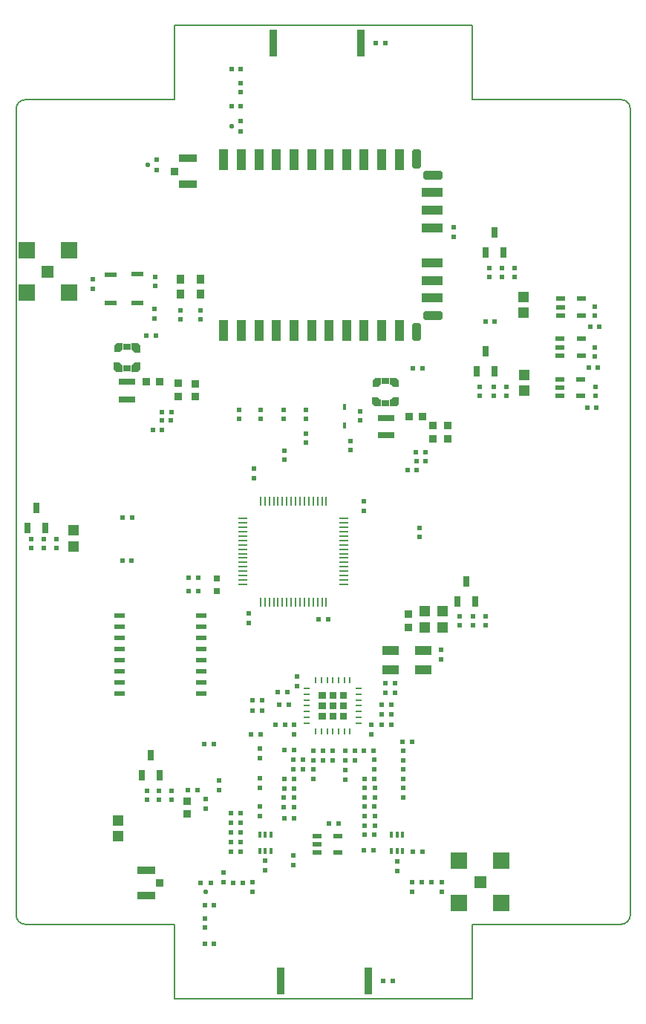
<source format=gtp>
G04 Layer_Color=8421504*
%FSLAX44Y44*%
%MOMM*%
G71*
G01*
G75*
%ADD39R,0.6096X0.5842*%
%ADD40R,0.5842X0.6096*%
%ADD48R,0.9000X0.9000*%
%ADD49R,0.9000X0.9000*%
%ADD58C,0.2000*%
%ADD131R,1.9000X0.7000*%
%ADD132R,0.5500X0.5500*%
%ADD133R,0.9000X3.1000*%
%ADD134R,0.5500X0.5500*%
%ADD135R,1.2000X1.2000*%
%ADD136R,1.9000X1.1000*%
%ADD137R,1.8600X1.8600*%
%ADD138R,1.4700X1.4700*%
%ADD139R,0.9500X0.9000*%
%ADD140R,2.1000X0.9500*%
%ADD141R,1.8600X1.8600*%
%ADD142R,1.4700X1.4700*%
%ADD143C,0.1300*%
%ADD144R,1.0000X0.5500*%
%ADD145R,1.3000X0.5000*%
%ADD146R,0.3000X0.7500*%
G04:AMPARAMS|DCode=147|XSize=1.1mm|YSize=2.2mm|CornerRadius=0mm|HoleSize=0mm|Usage=FLASHONLY|Rotation=90.000|XOffset=0mm|YOffset=0mm|HoleType=Round|Shape=Octagon|*
%AMOCTAGOND147*
4,1,8,-1.1000,-0.2750,-1.1000,0.2750,-0.8250,0.5500,0.8250,0.5500,1.1000,0.2750,1.1000,-0.2750,0.8250,-0.5500,-0.8250,-0.5500,-1.1000,-0.2750,0.0*
%
%ADD147OCTAGOND147*%

%ADD148R,2.4000X1.1000*%
%ADD149R,1.1000X2.4000*%
G04:AMPARAMS|DCode=150|XSize=1.1mm|YSize=2.2mm|CornerRadius=0mm|HoleSize=0mm|Usage=FLASHONLY|Rotation=180.000|XOffset=0mm|YOffset=0mm|HoleType=Round|Shape=Octagon|*
%AMOCTAGOND150*
4,1,8,0.2750,-1.1000,-0.2750,-1.1000,-0.5500,-0.8250,-0.5500,0.8250,-0.2750,1.1000,0.2750,1.1000,0.5500,0.8250,0.5500,-0.8250,0.2750,-1.1000,0.0*
%
%ADD150OCTAGOND150*%

G04:AMPARAMS|DCode=151|XSize=1.1mm|YSize=2.1mm|CornerRadius=0mm|HoleSize=0mm|Usage=FLASHONLY|Rotation=180.000|XOffset=0mm|YOffset=0mm|HoleType=Round|Shape=Octagon|*
%AMOCTAGOND151*
4,1,8,0.2750,-1.0500,-0.2750,-1.0500,-0.5500,-0.7750,-0.5500,0.7750,-0.2750,1.0500,0.2750,1.0500,0.5500,0.7750,0.5500,-0.7750,0.2750,-1.0500,0.0*
%
%ADD151OCTAGOND151*%

%ADD152R,0.7890X1.1700*%
%ADD153R,1.4000X0.5000*%
%ADD154R,0.6620X0.6620*%
%ADD155R,0.9200X0.6600*%
%ADD156R,0.5300X0.5500*%
G04:AMPARAMS|DCode=157|XSize=0.53mm|YSize=0.55mm|CornerRadius=0mm|HoleSize=0mm|Usage=FLASHONLY|Rotation=180.000|XOffset=0mm|YOffset=0mm|HoleType=Round|Shape=Octagon|*
%AMOCTAGOND157*
4,1,8,0.1325,-0.2750,-0.1325,-0.2750,-0.2650,-0.1425,-0.2650,0.1425,-0.1325,0.2750,0.1325,0.2750,0.2650,0.1425,0.2650,-0.1425,0.1325,-0.2750,0.0*
%
%ADD157OCTAGOND157*%

%ADD158R,0.5500X0.5300*%
G04:AMPARAMS|DCode=159|XSize=0.53mm|YSize=0.55mm|CornerRadius=0mm|HoleSize=0mm|Usage=FLASHONLY|Rotation=90.000|XOffset=0mm|YOffset=0mm|HoleType=Round|Shape=Octagon|*
%AMOCTAGOND159*
4,1,8,-0.2750,-0.1325,-0.2750,0.1325,-0.1425,0.2650,0.1425,0.2650,0.2750,0.1325,0.2750,-0.1325,0.1425,-0.2650,-0.1425,-0.2650,-0.2750,-0.1325,0.0*
%
%ADD159OCTAGOND159*%

%ADD160R,0.9000X1.0000*%
%ADD161R,0.4400X0.7600*%
%ADD162R,0.7000X0.2000*%
%ADD163R,0.2000X0.7000*%
%ADD164R,1.1000X0.2000*%
%ADD165R,0.2000X1.1000*%
G36*
X197000Y245000D02*
X189000D01*
Y253000D01*
X197000D01*
Y245000D01*
D02*
G37*
G36*
X185000D02*
X177000D01*
Y253000D01*
X185000D01*
Y245000D01*
D02*
G37*
G36*
X197000Y257000D02*
X189000D01*
Y265000D01*
X197000D01*
Y257000D01*
D02*
G37*
G36*
X185000D02*
X177000D01*
Y265000D01*
X185000D01*
Y257000D01*
D02*
G37*
G36*
X197000Y233000D02*
X189000D01*
Y241000D01*
X197000D01*
Y233000D01*
D02*
G37*
G36*
X173000D02*
X165000D01*
Y241000D01*
X173000D01*
Y233000D01*
D02*
G37*
G36*
Y245000D02*
X165000D01*
Y253000D01*
X173000D01*
Y245000D01*
D02*
G37*
G36*
X185000Y233000D02*
X177000D01*
Y241000D01*
X185000D01*
Y233000D01*
D02*
G37*
G36*
X173000Y257000D02*
X165000D01*
Y265000D01*
X173000D01*
Y257000D01*
D02*
G37*
G36*
X-59334Y637486D02*
X-58684D01*
Y629906D01*
X-58694Y629916D01*
X-65844D01*
X-68624Y632696D01*
Y640456D01*
X-62304D01*
X-59334Y637486D01*
D02*
G37*
G36*
X-38604Y632686D02*
X-41384Y629906D01*
X-48534D01*
X-48544Y629896D01*
Y637476D01*
X-47894D01*
X-44924Y640446D01*
X-38604D01*
Y632686D01*
D02*
G37*
G36*
X-58614Y654976D02*
X-59264D01*
X-62234Y652006D01*
X-68554D01*
Y659766D01*
X-65774Y662546D01*
X-58624D01*
X-58614Y662556D01*
Y654976D01*
D02*
G37*
G36*
X-48464Y662536D02*
X-41314D01*
X-38534Y659756D01*
Y651996D01*
X-44854D01*
X-47824Y654966D01*
X-48474D01*
Y662546D01*
X-48464Y662536D01*
D02*
G37*
G36*
X235306Y598116D02*
X235956D01*
Y590536D01*
X235946Y590546D01*
X228796D01*
X226016Y593326D01*
Y601086D01*
X232336D01*
X235306Y598116D01*
D02*
G37*
G36*
X256036Y593316D02*
X253256Y590536D01*
X246106D01*
X246096Y590526D01*
Y598106D01*
X246746D01*
X249716Y601076D01*
X256036D01*
Y593316D01*
D02*
G37*
G36*
X236026Y615606D02*
X235376D01*
X232406Y612636D01*
X226086D01*
Y620396D01*
X228866Y623176D01*
X236016D01*
X236026Y623186D01*
Y615606D01*
D02*
G37*
G36*
X246176Y623166D02*
X253326D01*
X256106Y620386D01*
Y612626D01*
X249786D01*
X246816Y615596D01*
X246166D01*
Y623176D01*
X246176Y623166D01*
D02*
G37*
D39*
X-13732Y563880D02*
D03*
X-23892D02*
D03*
X-3572Y574548D02*
D03*
X-13732D02*
D03*
X474234Y680974D02*
D03*
X484394D02*
D03*
X473218Y634492D02*
D03*
X483378D02*
D03*
X471440Y589026D02*
D03*
X481600D02*
D03*
X365506Y686816D02*
D03*
X355346D02*
D03*
X45160Y-22606D02*
D03*
X35000D02*
D03*
Y21270D02*
D03*
X45160D02*
D03*
X276082Y517398D02*
D03*
X265922D02*
D03*
X286242Y527558D02*
D03*
X276082D02*
D03*
X76160Y974750D02*
D03*
X66000D02*
D03*
X65840Y932688D02*
D03*
X76000D02*
D03*
D40*
X279400Y451866D02*
D03*
Y441706D02*
D03*
X479552Y704088D02*
D03*
Y693928D02*
D03*
Y657860D02*
D03*
Y647700D02*
D03*
X480568Y612394D02*
D03*
Y602234D02*
D03*
X35000Y-3660D02*
D03*
Y6500D02*
D03*
X-31000Y141840D02*
D03*
Y152000D02*
D03*
X-17000Y141840D02*
D03*
Y152000D02*
D03*
X212000Y574840D02*
D03*
Y585000D02*
D03*
X-3000Y141840D02*
D03*
Y152000D02*
D03*
X74000Y575840D02*
D03*
Y586000D02*
D03*
X99000Y575840D02*
D03*
Y586000D02*
D03*
X125000Y575840D02*
D03*
Y586000D02*
D03*
X126000Y540160D02*
D03*
Y530000D02*
D03*
X150000Y575840D02*
D03*
Y586000D02*
D03*
X201000Y540840D02*
D03*
Y551000D02*
D03*
X150000Y548840D02*
D03*
Y559000D02*
D03*
X-22000Y738160D02*
D03*
Y728000D02*
D03*
X355374Y340538D02*
D03*
Y350698D02*
D03*
X325374Y340538D02*
D03*
Y350698D02*
D03*
X340374Y340538D02*
D03*
Y350698D02*
D03*
X378968Y602742D02*
D03*
Y612902D02*
D03*
X348488Y602488D02*
D03*
Y612648D02*
D03*
X364668Y602462D02*
D03*
Y612622D02*
D03*
X30000Y700160D02*
D03*
Y690000D02*
D03*
X7000Y700160D02*
D03*
Y690000D02*
D03*
X-134000Y428840D02*
D03*
Y439000D02*
D03*
X-149000Y428840D02*
D03*
Y439000D02*
D03*
X388000Y737840D02*
D03*
Y748000D02*
D03*
X-163000Y428840D02*
D03*
Y439000D02*
D03*
X76000Y948840D02*
D03*
Y959000D02*
D03*
X359000Y737840D02*
D03*
Y748000D02*
D03*
X374000Y737840D02*
D03*
Y748000D02*
D03*
D48*
X24384Y601338D02*
D03*
Y616338D02*
D03*
X4930Y601592D02*
D03*
Y616592D02*
D03*
X267208Y338448D02*
D03*
Y353448D02*
D03*
X15000Y140500D02*
D03*
Y125500D02*
D03*
X295402Y553586D02*
D03*
Y568586D02*
D03*
X311912Y553586D02*
D03*
Y568586D02*
D03*
D49*
X-31376Y618236D02*
D03*
X-16376D02*
D03*
X268090Y578866D02*
D03*
X283090D02*
D03*
D58*
X520000Y930000D02*
G03*
X510000Y940000I-10000J0D01*
G01*
Y0D02*
G03*
X520000Y10000I0J10000D01*
G01*
X-180000D02*
G03*
X-170000Y0I10000J0D01*
G01*
Y940000D02*
G03*
X-180000Y930000I0J-10000D01*
G01*
X0Y-85000D02*
X340000D01*
X0Y1025000D02*
X340000D01*
X0Y940000D02*
Y1025000D01*
X340000Y940000D02*
Y1025000D01*
Y-85000D02*
Y0D01*
X0Y-85000D02*
Y0D01*
X-165000D02*
X0D01*
X-170000Y940000D02*
X0D01*
X-180000Y10000D02*
Y930000D01*
X340000Y940000D02*
X505000D01*
X340000Y0D02*
X505000D01*
X520000Y10000D02*
Y930000D01*
X505000Y940000D02*
X510000D01*
X505000Y0D02*
X510000D01*
X-170000D02*
X-165000D01*
D131*
X-53594Y598330D02*
D03*
Y618330D02*
D03*
X241300Y577436D02*
D03*
Y557436D02*
D03*
D132*
X249050Y-64770D02*
D03*
X238050D02*
D03*
X240800Y1004570D02*
D03*
X229800D02*
D03*
X16500Y380000D02*
D03*
X27500D02*
D03*
X-58840Y414908D02*
D03*
X-48680D02*
D03*
X-58840Y463800D02*
D03*
X-47840D02*
D03*
X99988Y243078D02*
D03*
X88988D02*
D03*
X130976Y249936D02*
D03*
X119976D02*
D03*
X100242Y255270D02*
D03*
X89242D02*
D03*
X128778Y264922D02*
D03*
X117778D02*
D03*
X45500Y205000D02*
D03*
X34500D02*
D03*
X75500Y127000D02*
D03*
X64500D02*
D03*
X15500Y153000D02*
D03*
X26500D02*
D03*
X64500Y94000D02*
D03*
X75500D02*
D03*
X64500Y116000D02*
D03*
X75500D02*
D03*
Y105000D02*
D03*
X64500D02*
D03*
X78500Y47000D02*
D03*
X67500D02*
D03*
X282500Y48000D02*
D03*
X293500D02*
D03*
X126500Y227000D02*
D03*
X115500D02*
D03*
X216500Y198000D02*
D03*
X227500D02*
D03*
X136500Y166000D02*
D03*
X125500D02*
D03*
X42000Y47000D02*
D03*
X-13628Y584200D02*
D03*
X-2628D02*
D03*
X16500Y395000D02*
D03*
X27500D02*
D03*
X275932Y538226D02*
D03*
X286932D02*
D03*
X247500Y227000D02*
D03*
X236500D02*
D03*
X251500Y275000D02*
D03*
X240500D02*
D03*
X283500Y83000D02*
D03*
X272500D02*
D03*
X271500Y208000D02*
D03*
X260500D02*
D03*
X217500Y102000D02*
D03*
X228500D02*
D03*
X217500Y134000D02*
D03*
X228500D02*
D03*
X217500Y166000D02*
D03*
X228500D02*
D03*
X227500Y84000D02*
D03*
X216500D02*
D03*
X164500Y348000D02*
D03*
X175500D02*
D03*
X75500Y83000D02*
D03*
X64500D02*
D03*
X87500Y216000D02*
D03*
X98500D02*
D03*
X136500Y121000D02*
D03*
X125500D02*
D03*
X136500Y155000D02*
D03*
X125500D02*
D03*
Y199000D02*
D03*
X136500D02*
D03*
X176500Y115000D02*
D03*
X187500D02*
D03*
X251500Y264000D02*
D03*
X240500D02*
D03*
X247500Y239000D02*
D03*
X236500D02*
D03*
X247500Y250000D02*
D03*
X236500D02*
D03*
X-31900Y671163D02*
D03*
X-20900D02*
D03*
X272376Y633730D02*
D03*
X283376D02*
D03*
D133*
X113000Y1005000D02*
D03*
X213000D02*
D03*
X221250Y-64750D02*
D03*
X121250D02*
D03*
D134*
X318500Y783250D02*
D03*
Y794250D02*
D03*
X98000Y155500D02*
D03*
Y166500D02*
D03*
X261000Y165500D02*
D03*
Y176500D02*
D03*
X225000Y216500D02*
D03*
Y227500D02*
D03*
X229000Y123500D02*
D03*
Y112500D02*
D03*
Y155500D02*
D03*
Y144500D02*
D03*
X228000Y187500D02*
D03*
Y176500D02*
D03*
X125000Y144500D02*
D03*
Y133500D02*
D03*
X147000Y187500D02*
D03*
Y176500D02*
D03*
X195000Y186500D02*
D03*
Y197500D02*
D03*
X76000Y903500D02*
D03*
X-20000Y860000D02*
D03*
X36068Y131660D02*
D03*
Y142660D02*
D03*
X159000Y186500D02*
D03*
Y197500D02*
D03*
X85000Y354500D02*
D03*
Y343500D02*
D03*
X304000Y301500D02*
D03*
Y312500D02*
D03*
X56000Y58500D02*
D03*
Y47500D02*
D03*
X89000Y36500D02*
D03*
Y47500D02*
D03*
X136144Y67652D02*
D03*
Y78652D02*
D03*
X51000Y152500D02*
D03*
Y163500D02*
D03*
X305000Y36500D02*
D03*
Y47500D02*
D03*
X271000Y36500D02*
D03*
Y47500D02*
D03*
X254000Y60500D02*
D03*
Y71500D02*
D03*
X261000Y144500D02*
D03*
Y155500D02*
D03*
Y186500D02*
D03*
Y197500D02*
D03*
X181000Y186500D02*
D03*
Y197500D02*
D03*
X217000Y112500D02*
D03*
Y123500D02*
D03*
Y144500D02*
D03*
Y155500D02*
D03*
X206000Y186500D02*
D03*
Y197500D02*
D03*
X91000Y519500D02*
D03*
Y508500D02*
D03*
X170000Y186500D02*
D03*
Y197500D02*
D03*
X216000Y471500D02*
D03*
Y482500D02*
D03*
X140000Y271500D02*
D03*
Y282500D02*
D03*
X104000Y61500D02*
D03*
Y72500D02*
D03*
X98000Y123500D02*
D03*
Y134500D02*
D03*
Y189500D02*
D03*
Y200500D02*
D03*
X137000Y216500D02*
D03*
Y227500D02*
D03*
X-22098Y701206D02*
D03*
Y690206D02*
D03*
X-93000Y735500D02*
D03*
Y724500D02*
D03*
X137000Y133500D02*
D03*
Y144500D02*
D03*
X136000Y176500D02*
D03*
Y187500D02*
D03*
X159000Y165500D02*
D03*
Y176500D02*
D03*
X195000Y164500D02*
D03*
Y175500D02*
D03*
D135*
X-115000Y449000D02*
D03*
Y431000D02*
D03*
X285750Y356726D02*
D03*
Y338726D02*
D03*
X-64000Y100000D02*
D03*
Y118000D02*
D03*
X306374Y356698D02*
D03*
Y338698D02*
D03*
X399288Y626220D02*
D03*
Y608220D02*
D03*
X398000Y697000D02*
D03*
Y715000D02*
D03*
D136*
X284000Y290000D02*
D03*
X247000D02*
D03*
Y312000D02*
D03*
X284000D02*
D03*
D137*
X324800Y72200D02*
D03*
X373200D02*
D03*
X324800Y23800D02*
D03*
X373200D02*
D03*
D138*
X349000Y48000D02*
D03*
D139*
X244Y858520D02*
D03*
X-16246Y47008D02*
D03*
D140*
X15494Y843770D02*
D03*
Y873270D02*
D03*
X-31496Y61758D02*
D03*
Y32258D02*
D03*
D141*
X-168200Y719800D02*
D03*
Y768200D02*
D03*
X-119800Y719800D02*
D03*
Y768200D02*
D03*
D142*
X-144000Y744000D02*
D03*
D143*
X-13748Y594932D02*
D03*
X-17748D02*
D03*
X-13748Y598932D02*
D03*
X-17748D02*
D03*
X-13748Y602932D02*
D03*
X-17748D02*
D03*
X276718Y553466D02*
D03*
X272718D02*
D03*
X276718Y557466D02*
D03*
X272718D02*
D03*
X276718Y561466D02*
D03*
X272718D02*
D03*
D144*
X464312Y712978D02*
D03*
Y693978D02*
D03*
X440312D02*
D03*
Y703478D02*
D03*
Y712978D02*
D03*
X463982Y667328D02*
D03*
Y648328D02*
D03*
X439982D02*
D03*
Y657828D02*
D03*
Y667328D02*
D03*
X463820Y621354D02*
D03*
Y602354D02*
D03*
X439820D02*
D03*
Y611854D02*
D03*
Y621354D02*
D03*
X163000Y100500D02*
D03*
Y91000D02*
D03*
Y81500D02*
D03*
X187000D02*
D03*
Y100500D02*
D03*
D145*
X30700Y352000D02*
D03*
Y339300D02*
D03*
Y326600D02*
D03*
Y313900D02*
D03*
Y301200D02*
D03*
Y288500D02*
D03*
Y275800D02*
D03*
Y263100D02*
D03*
X-62000D02*
D03*
Y275800D02*
D03*
Y288500D02*
D03*
Y301200D02*
D03*
Y313900D02*
D03*
Y326600D02*
D03*
Y339300D02*
D03*
Y352000D02*
D03*
D146*
X260500Y83500D02*
D03*
X254000D02*
D03*
X247500D02*
D03*
Y102500D02*
D03*
X254000D02*
D03*
X260500D02*
D03*
X110500Y83500D02*
D03*
X104000D02*
D03*
X97500D02*
D03*
Y102500D02*
D03*
X104000D02*
D03*
X110500D02*
D03*
D147*
X295210Y854070D02*
D03*
Y694070D02*
D03*
D148*
X294210Y834070D02*
D03*
Y814070D02*
D03*
Y754070D02*
D03*
Y794070D02*
D03*
Y734070D02*
D03*
Y714070D02*
D03*
D149*
X236710Y871570D02*
D03*
X256710D02*
D03*
X216710D02*
D03*
X236710Y676570D02*
D03*
X216710D02*
D03*
X256710D02*
D03*
X176710Y871570D02*
D03*
X196710D02*
D03*
X156710D02*
D03*
X76710D02*
D03*
X96710D02*
D03*
X56710D02*
D03*
X136710D02*
D03*
X116710D02*
D03*
X136710Y676570D02*
D03*
X156710D02*
D03*
X116710D02*
D03*
X196710D02*
D03*
X176710D02*
D03*
X56710D02*
D03*
X96710D02*
D03*
X76710D02*
D03*
D150*
X276710Y872570D02*
D03*
D151*
X276710Y675570D02*
D03*
D152*
X-37160Y169570D02*
D03*
X-27000Y192430D02*
D03*
X-16840Y169570D02*
D03*
X323214Y368268D02*
D03*
X333374Y391128D02*
D03*
X343534Y368268D02*
D03*
X344678Y630682D02*
D03*
X354838Y653542D02*
D03*
X364998Y630682D02*
D03*
X-167640Y451612D02*
D03*
X-157480Y474472D02*
D03*
X-147320Y451612D02*
D03*
X354840Y765570D02*
D03*
X365000Y788430D02*
D03*
X375160Y765570D02*
D03*
D153*
X-72000Y740500D02*
D03*
Y708000D02*
D03*
X-42000Y708500D02*
D03*
Y741000D02*
D03*
D154*
X49000Y380015D02*
D03*
Y393985D02*
D03*
D155*
X241046Y594326D02*
D03*
X241076Y619386D02*
D03*
X-53594Y633696D02*
D03*
X-53564Y658756D02*
D03*
D156*
X30000Y47000D02*
D03*
D157*
X36000Y37000D02*
D03*
D158*
X76000Y915500D02*
D03*
X-20000Y872000D02*
D03*
D159*
X66000Y909500D02*
D03*
X-30000Y866000D02*
D03*
D160*
X30000Y718500D02*
D03*
Y735500D02*
D03*
X7000Y718500D02*
D03*
Y735500D02*
D03*
D161*
X194000Y568300D02*
D03*
Y589700D02*
D03*
D162*
X210500Y229500D02*
D03*
Y236000D02*
D03*
Y242500D02*
D03*
Y249000D02*
D03*
Y255500D02*
D03*
Y262000D02*
D03*
Y268500D02*
D03*
X151500D02*
D03*
Y262000D02*
D03*
Y255500D02*
D03*
Y249000D02*
D03*
Y242500D02*
D03*
Y236000D02*
D03*
Y229500D02*
D03*
D163*
X200500Y278500D02*
D03*
X194000D02*
D03*
X187500D02*
D03*
X181000D02*
D03*
X174500D02*
D03*
X168000D02*
D03*
X161500D02*
D03*
Y219500D02*
D03*
X168000D02*
D03*
X174500D02*
D03*
X181000D02*
D03*
X187500D02*
D03*
X194000D02*
D03*
X200500D02*
D03*
D164*
X78500Y462500D02*
D03*
Y457500D02*
D03*
Y452500D02*
D03*
Y447500D02*
D03*
Y442500D02*
D03*
Y437500D02*
D03*
Y432500D02*
D03*
Y427500D02*
D03*
Y422500D02*
D03*
Y417500D02*
D03*
Y412500D02*
D03*
Y407500D02*
D03*
Y402500D02*
D03*
Y397500D02*
D03*
Y392500D02*
D03*
Y387500D02*
D03*
X193500D02*
D03*
Y392500D02*
D03*
Y397500D02*
D03*
Y402500D02*
D03*
Y407500D02*
D03*
Y412500D02*
D03*
Y417500D02*
D03*
Y422500D02*
D03*
Y427500D02*
D03*
Y432500D02*
D03*
Y437500D02*
D03*
Y442500D02*
D03*
Y447500D02*
D03*
Y452500D02*
D03*
Y457500D02*
D03*
Y462500D02*
D03*
D165*
X98500Y367500D02*
D03*
X103500D02*
D03*
X108500D02*
D03*
X113500D02*
D03*
X118500D02*
D03*
X123500D02*
D03*
X128500D02*
D03*
X133500D02*
D03*
X138500D02*
D03*
X143500D02*
D03*
X148500D02*
D03*
X153500D02*
D03*
X158500D02*
D03*
X163500D02*
D03*
X168500D02*
D03*
X173500D02*
D03*
Y482500D02*
D03*
X168500D02*
D03*
X163500D02*
D03*
X158500D02*
D03*
X153500D02*
D03*
X148500D02*
D03*
X143500D02*
D03*
X138500D02*
D03*
X133500D02*
D03*
X128500D02*
D03*
X123500D02*
D03*
X118500D02*
D03*
X113500D02*
D03*
X108500D02*
D03*
X103500D02*
D03*
X98500D02*
D03*
M02*

</source>
